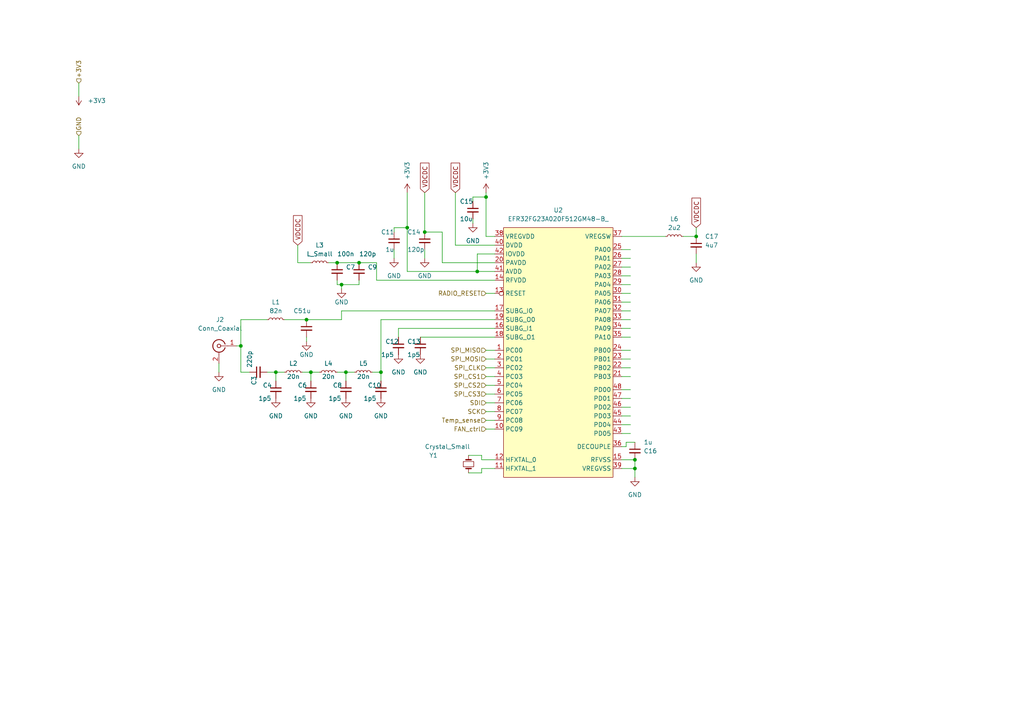
<source format=kicad_sch>
(kicad_sch (version 20211123) (generator eeschema)
  (paper "A4")
  (lib_symbols
    (symbol "Connector:Conn_Coaxial" (pin_names (offset 1.016) hide)
      (property "Reference" "J" (at 0.254 3.048 0))
      (property "Value" "Conn_Coaxial" (at 2.921 0 90))
      (symbol "Conn_Coaxial_0_1"
        (arc (start -1.778 -0.508) (mid 0.2311 -1.8066) (end 1.778 0) (stroke (width 0.254)))
        (polyline (pts (xy -2.54 0) (xy -0.508 0)))
        (polyline (pts (xy 0 -2.54) (xy 0 -1.778)))
        (circle (center 0 0) (radius 0.508) (stroke (width 0.2032)))
        (arc (start 1.778 0) (mid 0.2099 1.8101) (end -1.778 0.508) (stroke (width 0.254)))
      )
      (symbol "Conn_Coaxial_1_1"
        (pin passive line (at -5.08 0 0) (length 2.54) (name "In") (number "1"))
        (pin passive line (at 0 -5.08 90) (length 2.54) (name "Ext") (number "2"))
      )
    )
    (symbol "Device:C_Small" (pin_numbers hide) (pin_names (offset 0.254) hide)
      (property "Reference" "C" (at 0.254 1.778 0))
      (property "Value" "C_Small" (at 0.254 -2.032 0))
      (symbol "C_Small_0_1"
        (polyline (pts (xy -1.524 -0.508) (xy 1.524 -0.508)) (stroke (width 0.3302)))
        (polyline (pts (xy -1.524 0.508) (xy 1.524 0.508)) (stroke (width 0.3048)))
      )
      (symbol "C_Small_1_1"
        (pin passive line (at 0 2.54 270) (length 2.032) (name "~") (number "1"))
        (pin passive line (at 0 -2.54 90) (length 2.032) (name "~") (number "2"))
      )
    )
    (symbol "Device:Crystal_Small" (pin_numbers hide) (pin_names (offset 1.016) hide)
      (property "Reference" "Y" (at 0 2.54 0))
      (property "Value" "Crystal_Small" (at 0 -2.54 0))
      (symbol "Crystal_Small_0_1"
        (rectangle (start -0.762 -1.524) (end 0.762 1.524))
        (polyline (pts (xy -1.27 -0.762) (xy -1.27 0.762)) (stroke (width 0.381)))
        (polyline (pts (xy 1.27 -0.762) (xy 1.27 0.762)) (stroke (width 0.381)))
      )
      (symbol "Crystal_Small_1_1"
        (pin passive line (at -2.54 0 0) (length 1.27) (name "1") (number "1"))
        (pin passive line (at 2.54 0 180) (length 1.27) (name "2") (number "2"))
      )
    )
    (symbol "Device:L_Small" (pin_numbers hide) (pin_names (offset 0.254) hide)
      (property "Reference" "L" (at 0.762 1.016 0))
      (property "Value" "L_Small" (at 0.762 -1.016 0))
      (symbol "L_Small_0_1"
        (arc (start 0 -2.032) (mid 0.508 -1.524) (end 0 -1.016))
        (arc (start 0 -1.016) (mid 0.508 -0.508) (end 0 0))
        (arc (start 0 0) (mid 0.508 0.508) (end 0 1.016))
        (arc (start 0 1.016) (mid 0.508 1.524) (end 0 2.032))
      )
      (symbol "L_Small_1_1"
        (pin passive line (at 0 2.54 270) (length 0.508) (name "~") (number "1"))
        (pin passive line (at 0 -2.54 90) (length 0.508) (name "~") (number "2"))
      )
    )
    (symbol "EFR32:EFR32FG23A020F512GM48-B_"
      (property "Reference" "U" (at 12.7 43.18 0))
      (property "Value" "EFR32FG23A020F512GM48-B_" (at -6.35 43.18 0))
      (symbol "EFR32FG23A020F512GM48-B__0_1"
        (rectangle (start -15.24 40.64) (end 16.51 -31.75) (fill (type background)))
      )
      (symbol "EFR32FG23A020F512GM48-B__1_1"
        (pin bidirectional line (at -17.78 5.08 0) (length 2.54) (name "PC00") (number "1"))
        (pin bidirectional line (at -17.78 -17.78 0) (length 2.54) (name "PC09") (number "10"))
        (pin input line (at -17.78 -29.21 0) (length 2.54) (name "HFXTAL_1") (number "11"))
        (pin input line (at -17.78 -26.67 0) (length 2.54) (name "HFXTAL_0") (number "12"))
        (pin input inverted (at -17.78 21.59 0) (length 2.54) (name "RESET") (number "13"))
        (pin power_in line (at -17.78 25.4 0) (length 2.54) (name "RFVDD") (number "14"))
        (pin power_in line (at 19.05 -26.67 180) (length 2.54) (name "RFVSS") (number "15"))
        (pin input line (at -17.78 11.43 0) (length 2.54) (name "SUBG_I1") (number "16"))
        (pin input line (at -17.78 16.51 0) (length 2.54) (name "SUBG_I0") (number "17"))
        (pin output line (at -17.78 8.89 0) (length 2.54) (name "SUBG_O1") (number "18"))
        (pin output line (at -17.78 13.97 0) (length 2.54) (name "SUBG_O0") (number "19"))
        (pin bidirectional line (at -17.78 2.54 0) (length 2.54) (name "PC01") (number "2"))
        (pin power_in line (at -17.78 30.48 0) (length 2.54) (name "PAVDD") (number "20"))
        (pin bidirectional line (at 19.05 -2.54 180) (length 2.54) (name "PB03") (number "21"))
        (pin bidirectional line (at 19.05 0 180) (length 2.54) (name "PB02") (number "22"))
        (pin bidirectional line (at 19.05 2.54 180) (length 2.54) (name "PB01") (number "23"))
        (pin bidirectional line (at 19.05 5.08 180) (length 2.54) (name "PB00") (number "24"))
        (pin bidirectional line (at 19.05 34.29 180) (length 2.54) (name "PA00") (number "25"))
        (pin bidirectional line (at 19.05 31.75 180) (length 2.54) (name "PA01") (number "26"))
        (pin bidirectional line (at 19.05 29.21 180) (length 2.54) (name "PA02") (number "27"))
        (pin bidirectional line (at 19.05 26.67 180) (length 2.54) (name "PA03") (number "28"))
        (pin bidirectional line (at 19.05 24.13 180) (length 2.54) (name "PA04") (number "29"))
        (pin bidirectional line (at -17.78 0 0) (length 2.54) (name "PC02") (number "3"))
        (pin bidirectional line (at 19.05 21.59 180) (length 2.54) (name "PA05") (number "30"))
        (pin bidirectional line (at 19.05 19.05 180) (length 2.54) (name "PA06") (number "31"))
        (pin bidirectional line (at 19.05 16.51 180) (length 2.54) (name "PA07") (number "32"))
        (pin bidirectional line (at 19.05 13.97 180) (length 2.54) (name "PA08") (number "33"))
        (pin bidirectional line (at 19.05 11.43 180) (length 2.54) (name "PA09") (number "34"))
        (pin bidirectional line (at 19.05 8.89 180) (length 2.54) (name "PA10") (number "35"))
        (pin passive line (at 19.05 -22.86 180) (length 2.54) (name "DECOUPLE") (number "36"))
        (pin output line (at 19.05 38.1 180) (length 2.54) (name "VREGSW") (number "37"))
        (pin power_in line (at -17.78 38.1 0) (length 2.54) (name "VREGVDD") (number "38"))
        (pin power_in line (at 19.05 -29.21 180) (length 2.54) (name "VREGVSS") (number "39"))
        (pin bidirectional line (at -17.78 -2.54 0) (length 2.54) (name "PC03") (number "4"))
        (pin power_in line (at -17.78 35.56 0) (length 2.54) (name "DVDD") (number "40"))
        (pin power_in line (at -17.78 27.94 0) (length 2.54) (name "AVDD") (number "41"))
        (pin power_in line (at -17.78 33.02 0) (length 2.54) (name "IOVDD") (number "42"))
        (pin bidirectional line (at 19.05 -19.05 180) (length 2.54) (name "PD05") (number "43"))
        (pin bidirectional line (at 19.05 -16.51 180) (length 2.54) (name "PD04") (number "44"))
        (pin bidirectional line (at 19.05 -13.97 180) (length 2.54) (name "PD03") (number "45"))
        (pin bidirectional line (at 19.05 -11.43 180) (length 2.54) (name "PD02") (number "46"))
        (pin bidirectional line (at 19.05 -8.89 180) (length 2.54) (name "PD01") (number "47"))
        (pin bidirectional line (at 19.05 -6.35 180) (length 2.54) (name "PD00") (number "48"))
        (pin bidirectional line (at -17.78 -5.08 0) (length 2.54) (name "PC04") (number "5"))
        (pin bidirectional line (at -17.78 -7.62 0) (length 2.54) (name "PC05") (number "6"))
        (pin bidirectional line (at -17.78 -10.16 0) (length 2.54) (name "PC06") (number "7"))
        (pin bidirectional line (at -17.78 -12.7 0) (length 2.54) (name "PC07") (number "8"))
        (pin bidirectional line (at -17.78 -15.24 0) (length 2.54) (name "PC08") (number "9"))
      )
    )
    (symbol "power:+3V3" (power) (pin_names (offset 0))
      (property "Value" "+3V3" (at 0 3.556 0))
      (symbol "+3V3_0_1"
        (polyline (pts (xy -0.762 1.27) (xy 0 2.54)))
        (polyline (pts (xy 0 0) (xy 0 2.54)))
        (polyline (pts (xy 0 2.54) (xy 0.762 1.27)))
      )
      (symbol "+3V3_1_1"
        (pin power_in line (at 0 0 90) (length 0) hide (name "+3V3") (number "1"))
      )
    )
    (symbol "power:GND" (power) (pin_names (offset 0))
      (property "Value" "GND" (at 0 -3.81 0))
      (symbol "GND_0_1"
        (polyline (pts (xy 0 0) (xy 0 -1.27) (xy 1.27 -1.27) (xy 0 -2.54) (xy -1.27 -1.27) (xy 0 -1.27)))
      )
      (symbol "GND_1_1"
        (pin power_in line (at 0 0 270) (length 0) hide (name "GND") (number "1"))
      )
    )
  )
  (junction (at 201.93 68.58))
  (junction (at 123.19 67.31))
  (junction (at 100.33 107.95))
  (junction (at 110.49 107.95))
  (junction (at 99.06 82.55))
  (junction (at 118.11 66.04))
  (junction (at 184.15 135.89))
  (junction (at 138.43 78.74))
  (junction (at 140.97 57.15))
  (junction (at 69.85 100.33))
  (junction (at 88.9 92.71))
  (junction (at 104.14 76.2))
  (junction (at 184.15 133.35))
  (junction (at 90.17 107.95))
  (junction (at 97.79 76.2))
  (junction (at 80.01 107.95))
  (wire (pts (xy 182.88 87.63) (xy 180.34 87.63)))
  (wire (pts (xy 110.49 92.71) (xy 110.49 107.95)))
  (wire (pts (xy 137.16 58.42) (xy 137.16 57.15)))
  (wire (pts (xy 140.97 111.76) (xy 143.51 111.76)))
  (wire (pts (xy 114.3 67.31) (xy 114.3 66.04)))
  (wire (pts (xy 198.12 68.58) (xy 201.93 68.58)))
  (wire (pts (xy 69.85 107.95) (xy 69.85 100.33)))
  (wire (pts (xy 140.97 101.6) (xy 143.51 101.6)))
  (wire (pts (xy 139.7 137.16) (xy 139.7 135.89)))
  (wire (pts (xy 135.89 137.16) (xy 139.7 137.16)))
  (wire (pts (xy 118.11 66.04) (xy 118.11 78.74)))
  (wire (pts (xy 139.7 132.08) (xy 139.7 133.35)))
  (wire (pts (xy 80.01 107.95) (xy 82.55 107.95)))
  (wire (pts (xy 88.9 97.79) (xy 88.9 99.06)))
  (wire (pts (xy 90.17 76.2) (xy 86.36 76.2)))
  (wire (pts (xy 123.19 55.88) (xy 123.19 67.31)))
  (wire (pts (xy 22.86 24.13) (xy 22.86 27.94)))
  (wire (pts (xy 90.17 107.95) (xy 92.71 107.95)))
  (wire (pts (xy 182.88 72.39) (xy 180.34 72.39)))
  (wire (pts (xy 110.49 110.49) (xy 110.49 107.95)))
  (wire (pts (xy 82.55 92.71) (xy 88.9 92.71)))
  (wire (pts (xy 95.25 76.2) (xy 97.79 76.2)))
  (wire (pts (xy 140.97 55.88) (xy 140.97 57.15)))
  (wire (pts (xy 180.34 135.89) (xy 184.15 135.89)))
  (wire (pts (xy 182.88 95.25) (xy 180.34 95.25)))
  (wire (pts (xy 132.08 55.88) (xy 132.08 71.12)))
  (wire (pts (xy 80.01 110.49) (xy 80.01 107.95)))
  (wire (pts (xy 137.16 63.5) (xy 137.16 64.77)))
  (wire (pts (xy 104.14 81.28) (xy 104.14 82.55)))
  (wire (pts (xy 181.61 128.27) (xy 184.15 128.27)))
  (wire (pts (xy 115.57 97.79) (xy 115.57 95.25)))
  (wire (pts (xy 182.88 109.22) (xy 180.34 109.22)))
  (wire (pts (xy 97.79 82.55) (xy 99.06 82.55)))
  (wire (pts (xy 140.97 106.68) (xy 143.51 106.68)))
  (wire (pts (xy 68.58 100.33) (xy 69.85 100.33)))
  (wire (pts (xy 140.97 121.92) (xy 143.51 121.92)))
  (wire (pts (xy 109.22 81.28) (xy 109.22 76.2)))
  (wire (pts (xy 128.27 76.2) (xy 143.51 76.2)))
  (wire (pts (xy 115.57 95.25) (xy 143.51 95.25)))
  (wire (pts (xy 143.51 92.71) (xy 110.49 92.71)))
  (wire (pts (xy 100.33 107.95) (xy 97.79 107.95)))
  (wire (pts (xy 182.88 82.55) (xy 180.34 82.55)))
  (wire (pts (xy 137.16 57.15) (xy 140.97 57.15)))
  (wire (pts (xy 140.97 116.84) (xy 143.51 116.84)))
  (wire (pts (xy 140.97 124.46) (xy 143.51 124.46)))
  (wire (pts (xy 63.5 105.41) (xy 63.5 107.95)))
  (wire (pts (xy 132.08 71.12) (xy 143.51 71.12)))
  (wire (pts (xy 80.01 107.95) (xy 77.47 107.95)))
  (wire (pts (xy 182.88 118.11) (xy 180.34 118.11)))
  (wire (pts (xy 182.88 104.14) (xy 180.34 104.14)))
  (wire (pts (xy 109.22 81.28) (xy 143.51 81.28)))
  (wire (pts (xy 182.88 80.01) (xy 180.34 80.01)))
  (wire (pts (xy 182.88 106.68) (xy 180.34 106.68)))
  (wire (pts (xy 180.34 97.79) (xy 182.88 97.79)))
  (wire (pts (xy 121.92 97.79) (xy 143.51 97.79)))
  (wire (pts (xy 118.11 78.74) (xy 138.43 78.74)))
  (wire (pts (xy 114.3 66.04) (xy 118.11 66.04)))
  (wire (pts (xy 182.88 125.73) (xy 180.34 125.73)))
  (wire (pts (xy 140.97 114.3) (xy 143.51 114.3)))
  (wire (pts (xy 128.27 67.31) (xy 128.27 76.2)))
  (wire (pts (xy 138.43 78.74) (xy 143.51 78.74)))
  (wire (pts (xy 139.7 135.89) (xy 143.51 135.89)))
  (wire (pts (xy 135.89 132.08) (xy 139.7 132.08)))
  (wire (pts (xy 140.97 85.09) (xy 143.51 85.09)))
  (wire (pts (xy 143.51 73.66) (xy 138.43 73.66)))
  (wire (pts (xy 140.97 68.58) (xy 143.51 68.58)))
  (wire (pts (xy 100.33 107.95) (xy 102.87 107.95)))
  (wire (pts (xy 140.97 119.38) (xy 143.51 119.38)))
  (wire (pts (xy 201.93 66.04) (xy 201.93 68.58)))
  (wire (pts (xy 109.22 76.2) (xy 104.14 76.2)))
  (wire (pts (xy 118.11 55.88) (xy 118.11 66.04)))
  (wire (pts (xy 99.06 83.82) (xy 99.06 82.55)))
  (wire (pts (xy 90.17 110.49) (xy 90.17 107.95)))
  (wire (pts (xy 99.06 90.17) (xy 99.06 92.71)))
  (wire (pts (xy 182.88 123.19) (xy 180.34 123.19)))
  (wire (pts (xy 99.06 82.55) (xy 104.14 82.55)))
  (wire (pts (xy 86.36 71.12) (xy 86.36 76.2)))
  (wire (pts (xy 123.19 67.31) (xy 128.27 67.31)))
  (wire (pts (xy 140.97 57.15) (xy 140.97 68.58)))
  (wire (pts (xy 88.9 92.71) (xy 99.06 92.71)))
  (wire (pts (xy 97.79 81.28) (xy 97.79 82.55)))
  (wire (pts (xy 180.34 129.54) (xy 181.61 129.54)))
  (wire (pts (xy 114.3 72.39) (xy 114.3 74.93)))
  (wire (pts (xy 72.39 107.95) (xy 69.85 107.95)))
  (wire (pts (xy 182.88 85.09) (xy 180.34 85.09)))
  (wire (pts (xy 140.97 104.14) (xy 143.51 104.14)))
  (wire (pts (xy 139.7 133.35) (xy 143.51 133.35)))
  (wire (pts (xy 182.88 120.65) (xy 180.34 120.65)))
  (wire (pts (xy 182.88 77.47) (xy 180.34 77.47)))
  (wire (pts (xy 110.49 107.95) (xy 107.95 107.95)))
  (wire (pts (xy 201.93 73.66) (xy 201.93 76.2)))
  (wire (pts (xy 138.43 73.66) (xy 138.43 78.74)))
  (wire (pts (xy 182.88 115.57) (xy 180.34 115.57)))
  (wire (pts (xy 184.15 135.89) (xy 184.15 138.43)))
  (wire (pts (xy 182.88 113.03) (xy 180.34 113.03)))
  (wire (pts (xy 182.88 74.93) (xy 180.34 74.93)))
  (wire (pts (xy 140.97 109.22) (xy 143.51 109.22)))
  (wire (pts (xy 184.15 133.35) (xy 184.15 135.89)))
  (wire (pts (xy 181.61 129.54) (xy 181.61 128.27)))
  (wire (pts (xy 87.63 107.95) (xy 90.17 107.95)))
  (wire (pts (xy 180.34 133.35) (xy 184.15 133.35)))
  (wire (pts (xy 22.86 39.37) (xy 22.86 43.18)))
  (wire (pts (xy 143.51 90.17) (xy 99.06 90.17)))
  (wire (pts (xy 100.33 110.49) (xy 100.33 107.95)))
  (wire (pts (xy 182.88 92.71) (xy 180.34 92.71)))
  (wire (pts (xy 97.79 76.2) (xy 104.14 76.2)))
  (wire (pts (xy 182.88 90.17) (xy 180.34 90.17)))
  (wire (pts (xy 69.85 92.71) (xy 77.47 92.71)))
  (wire (pts (xy 123.19 72.39) (xy 123.19 74.93)))
  (wire (pts (xy 69.85 100.33) (xy 69.85 92.71)))
  (wire (pts (xy 180.34 68.58) (xy 193.04 68.58)))
  (wire (pts (xy 182.88 101.6) (xy 180.34 101.6)))
  (global_label "VDCDC" (shape input) (at 132.08 55.88 90) (property "Intersheet References" "${INTERSHEET_REFS}" (effects hide)))
  (global_label "VDCDC" (shape input) (at 123.19 55.88 90) (property "Intersheet References" "${INTERSHEET_REFS}" (effects hide)))
  (global_label "VDCDC" (shape input) (at 201.93 66.04 90) (property "Intersheet References" "${INTERSHEET_REFS}" (effects hide)))
  (global_label "VDCDC" (shape input) (at 86.36 71.12 90) (property "Intersheet References" "${INTERSHEET_REFS}" (effects hide)))
  (hierarchical_label "Temp_sense" (shape input) (at 140.97 121.92 180))
  (hierarchical_label "SPI_MISO" (shape input) (at 140.97 101.6 180))
  (hierarchical_label "SCK" (shape input) (at 140.97 119.38 180))
  (hierarchical_label "SPI_MOSI" (shape input) (at 140.97 104.14 180))
  (hierarchical_label "+3V3" (shape input) (at 22.86 24.13 90))
  (hierarchical_label "SPI_CS3" (shape input) (at 140.97 114.3 180))
  (hierarchical_label "FAN_ctrl" (shape input) (at 140.97 124.46 180))
  (hierarchical_label "SPI_CS1" (shape input) (at 140.97 109.22 180))
  (hierarchical_label "GND" (shape input) (at 22.86 39.37 90))
  (hierarchical_label "SPI_CLK" (shape input) (at 140.97 106.68 180))
  (hierarchical_label "SDI" (shape input) (at 140.97 116.84 180))
  (hierarchical_label "SPI_CS2" (shape input) (at 140.97 111.76 180))
  (hierarchical_label "RADIO_RESET" (shape input) (at 140.97 85.09 180))
  (symbol (lib_id "power:GND") (at 90.17 115.57 0) (unit 1)
    (property "Reference" "#PWR0126" (effects hide))
    (property "Value" "GND" (at 90.17 120.65 0))
  )
  (symbol (lib_id "power:GND") (at 114.3 74.93 0) (unit 1)
    (property "Reference" "#PWR0122" (effects hide))
    (property "Value" "GND" (at 114.3 80.01 0))
  )
  (symbol (lib_id "power:GND") (at 100.33 115.57 0) (unit 1)
    (property "Reference" "#PWR0125" (effects hide))
    (property "Value" "GND" (at 100.33 120.65 0))
  )
  (symbol (lib_id "Device:Crystal_Small") (at 135.89 134.62 90) (unit 1)
    (property "Reference" "Y1" (at 124.46 132.08 90) (effects (justify right)))
    (property "Value" "Crystal_Small" (at 123.19 129.54 90) (effects (justify right)))
    (property "Footprint" "Crystal:Crystal_SMD_ECS_CSM3X-2Pin_7.6x4.1mm" (effects hide))
  )
  (symbol (lib_id "power:GND") (at 99.06 83.82 0) (unit 1)
    (property "Reference" "#PWR0128" (effects hide))
    (property "Value" "GND" (at 99.06 87.63 0))
  )
  (symbol (lib_id "Device:C_Small") (at 80.01 113.03 0) (unit 1)
    (property "Reference" "C4" (at 76.2 111.76 0) (effects (justify left)))
    (property "Value" "1p5" (at 74.93 115.57 0) (effects (justify left)))
    (property "Footprint" "Resistor_SMD:R_0402_1005Metric" (effects hide))
  )
  (symbol (lib_id "Device:C_Small") (at 137.16 60.96 0) (unit 1)
    (property "Reference" "C15" (at 133.35 58.42 0) (effects (justify left)))
    (property "Value" "10u" (at 133.35 63.5 0) (effects (justify left)))
    (property "Footprint" "Resistor_SMD:R_1206_3216Metric" (effects hide))
  )
  (symbol (lib_id "Device:C_Small") (at 90.17 113.03 0) (unit 1)
    (property "Reference" "C6" (at 86.36 111.76 0) (effects (justify left)))
    (property "Value" "1p5" (at 85.09 115.57 0) (effects (justify left)))
    (property "Footprint" "Resistor_SMD:R_0402_1005Metric" (effects hide))
  )
  (symbol (lib_id "Device:C_Small") (at 184.15 130.81 0) (unit 1)
    (property "Reference" "C16" (at 186.69 130.81 0) (effects (justify left)))
    (property "Value" "1u" (at 186.69 128.27 0) (effects (justify left)))
    (property "Footprint" "Resistor_SMD:R_0805_2012Metric" (effects hide))
  )
  (symbol (lib_id "power:+3V3") (at 118.11 55.88 0) (unit 1)
    (property "Reference" "#PWR0117" (effects hide))
    (property "Value" "+3V3" (at 118.11 49.53 90))
  )
  (symbol (lib_id "Device:L_Small") (at 85.09 107.95 90) (unit 1)
    (property "Reference" "L2" (at 85.09 105.41 90))
    (property "Value" "20n" (at 85.09 109.22 90))
    (property "Footprint" "Resistor_SMD:R_0402_1005Metric" (effects hide))
  )
  (symbol (lib_id "power:GND") (at 201.93 76.2 0) (unit 1)
    (property "Reference" "#PWR0115" (effects hide))
    (property "Value" "GND" (at 201.93 81.28 0))
  )
  (symbol (lib_id "power:GND") (at 63.5 107.95 0) (unit 1)
    (property "Reference" "#PWR0129" (effects hide))
    (property "Value" "GND" (at 63.5 113.03 0))
  )
  (symbol (lib_id "Device:L_Small") (at 92.71 76.2 90) (unit 1)
    (property "Reference" "L3" (at 92.71 71.12 90))
    (property "Value" "L_Small" (at 92.71 73.66 90))
    (property "Footprint" "Resistor_SMD:R_0402_1005Metric" (effects hide))
  )
  (symbol (lib_id "Device:C_Small") (at 121.92 100.33 0) (unit 1)
    (property "Reference" "C13" (at 118.11 99.06 0) (effects (justify left)))
    (property "Value" "1p5" (at 118.11 102.87 0) (effects (justify left)))
    (property "Footprint" "Resistor_SMD:R_0402_1005Metric" (effects hide))
  )
  (symbol (lib_id "Device:C_Small") (at 97.79 78.74 0) (unit 1)
    (property "Reference" "C7" (at 100.33 77.4762 0) (effects (justify left)))
    (property "Value" "100n" (at 97.79 73.66 0) (effects (justify left)))
    (property "Footprint" "Resistor_SMD:R_0805_2012Metric" (effects hide))
  )
  (symbol (lib_id "Device:L_Small") (at 195.58 68.58 90) (unit 1)
    (property "Reference" "L6" (at 195.58 63.5 90))
    (property "Value" "2u2" (at 195.58 66.04 90))
    (property "Footprint" "Resistor_SMD:R_0402_1005Metric" (effects hide))
  )
  (symbol (lib_id "Device:L_Small") (at 105.41 107.95 90) (unit 1)
    (property "Reference" "L5" (at 105.41 105.41 90))
    (property "Value" "20n" (at 105.41 109.22 90))
    (property "Footprint" "Resistor_SMD:R_0402_1005Metric" (effects hide))
  )
  (symbol (lib_id "power:+3V3") (at 22.86 27.94 180) (unit 1)
    (property "Reference" "#PWR0131" (effects hide))
    (property "Value" "+3V3" (at 25.4 29.2099 0) (effects (justify right)))
  )
  (symbol (lib_id "power:GND") (at 115.57 102.87 0) (unit 1)
    (property "Reference" "#PWR0121" (effects hide))
    (property "Value" "GND" (at 115.57 107.95 0))
  )
  (symbol (lib_id "Device:C_Small") (at 74.93 107.95 90) (unit 1)
    (property "Reference" "C3" (at 73.66 111.76 0) (effects (justify left)))
    (property "Value" "220p" (at 72.39 106.68 0) (effects (justify left)))
    (property "Footprint" "Resistor_SMD:R_0402_1005Metric" (effects hide))
  )
  (symbol (lib_id "power:+3V3") (at 140.97 55.88 0) (unit 1)
    (property "Reference" "#PWR0116" (effects hide))
    (property "Value" "+3V3" (at 140.97 49.53 90))
  )
  (symbol (lib_id "Device:C_Small") (at 110.49 113.03 0) (unit 1)
    (property "Reference" "C10" (at 106.68 111.76 0) (effects (justify left)))
    (property "Value" "1p5" (at 105.41 115.57 0) (effects (justify left)))
    (property "Footprint" "Resistor_SMD:R_0402_1005Metric" (effects hide))
  )
  (symbol (lib_id "power:GND") (at 80.01 115.57 0) (unit 1)
    (property "Reference" "#PWR0127" (effects hide))
    (property "Value" "GND" (at 80.01 120.65 0))
  )
  (symbol (lib_id "power:GND") (at 22.86 43.18 0) (unit 1)
    (property "Reference" "#PWR0130" (effects hide))
    (property "Value" "GND" (at 22.86 48.26 0))
  )
  (symbol (lib_id "Device:C_Small") (at 88.9 95.25 0) (unit 1)
    (property "Reference" "C5" (at 85.09 90.17 0) (effects (justify left)))
    (property "Value" "1u" (at 87.63 90.17 0) (effects (justify left)))
    (property "Footprint" "Resistor_SMD:R_0402_1005Metric" (effects hide))
  )
  (symbol (lib_id "power:GND") (at 121.92 102.87 0) (unit 1)
    (property "Reference" "#PWR0120" (effects hide))
    (property "Value" "GND" (at 121.92 107.95 0))
  )
  (symbol (lib_id "power:GND") (at 88.9 99.06 0) (unit 1)
    (property "Reference" "#PWR0124" (effects hide))
    (property "Value" "GND" (at 88.9 102.87 0))
  )
  (symbol (lib_id "Device:C_Small") (at 114.3 69.85 0) (unit 1)
    (property "Reference" "C11" (at 110.49 67.31 0) (effects (justify left)))
    (property "Value" "1u" (at 111.76 72.39 0) (effects (justify left)))
    (property "Footprint" "Resistor_SMD:R_0805_2012Metric" (effects hide))
  )
  (symbol (lib_id "Device:C_Small") (at 100.33 113.03 0) (unit 1)
    (property "Reference" "C8" (at 96.52 111.76 0) (effects (justify left)))
    (property "Value" "1p5" (at 95.25 115.57 0) (effects (justify left)))
    (property "Footprint" "Resistor_SMD:R_0402_1005Metric" (effects hide))
  )
  (symbol (lib_id "power:GND") (at 184.15 138.43 0) (unit 1)
    (property "Reference" "#PWR0114" (effects hide))
    (property "Value" "GND" (at 184.15 143.51 0))
  )
  (symbol (lib_id "power:GND") (at 137.16 64.77 0) (unit 1)
    (property "Reference" "#PWR0118" (effects hide))
    (property "Value" "GND" (at 137.16 69.85 0))
  )
  (symbol (lib_id "EFR32:EFR32FG23A020F512GM48-B_") (at 161.29 106.68 0) (unit 1)
    (property "Reference" "U2" (at 161.925 60.96 0))
    (property "Value" "EFR32FG23A020F512GM48-B_" (at 161.925 63.5 0))
    (property "Footprint" "EFR32:EFR32FG23A020F512GM48-B" (effects hide))
  )
  (symbol (lib_id "Device:C_Small") (at 115.57 100.33 0) (unit 1)
    (property "Reference" "C12" (at 111.76 99.06 0) (effects (justify left)))
    (property "Value" "1p5" (at 110.49 102.87 0) (effects (justify left)))
    (property "Footprint" "Resistor_SMD:R_0402_1005Metric" (effects hide))
  )
  (symbol (lib_id "Device:L_Small") (at 95.25 107.95 90) (unit 1)
    (property "Reference" "L4" (at 95.25 105.41 90))
    (property "Value" "20n" (at 95.25 109.22 90))
    (property "Footprint" "Resistor_SMD:R_0402_1005Metric" (effects hide))
  )
  (symbol (lib_id "power:GND") (at 110.49 115.57 0) (unit 1)
    (property "Reference" "#PWR0123" (effects hide))
    (property "Value" "GND" (at 110.49 120.65 0))
  )
  (symbol (lib_id "Device:C_Small") (at 201.93 71.12 0) (unit 1)
    (property "Reference" "C17" (at 204.47 68.58 0) (effects (justify left)))
    (property "Value" "4u7" (at 204.47 71.12 0) (effects (justify left)))
    (property "Footprint" "Resistor_SMD:R_0805_2012Metric" (effects hide))
  )
  (symbol (lib_id "power:GND") (at 123.19 74.93 0) (unit 1)
    (property "Reference" "#PWR0119" (effects hide))
    (property "Value" "GND" (at 123.19 80.01 0))
  )
  (symbol (lib_id "Device:C_Small") (at 104.14 78.74 0) (unit 1)
    (property "Reference" "C9" (at 106.68 77.4762 0) (effects (justify left)))
    (property "Value" "120p" (at 104.14 73.66 0) (effects (justify left)))
    (property "Footprint" "Resistor_SMD:R_0805_2012Metric" (effects hide))
  )
  (symbol (lib_id "Connector:Conn_Coaxial") (at 63.5 100.33 0) (mirror y) (unit 1)
    (property "Reference" "J2" (at 63.8174 92.71 0))
    (property "Value" "Conn_Coaxial" (at 63.8174 95.25 0))
    (property "Footprint" "Connector_Coaxial:SMA_Amphenol_901-143_Horizontal" (effects hide))
    (property "Datasheet" " ~" (effects hide))
  )
  (symbol (lib_id "Device:C_Small") (at 123.19 69.85 0) (unit 1)
    (property "Reference" "C14" (at 118.11 67.31 0) (effects (justify left)))
    (property "Value" "120p" (at 118.11 72.39 0) (effects (justify left)))
    (property "Footprint" "Resistor_SMD:R_0805_2012Metric" (effects hide))
  )
  (symbol (lib_id "Device:L_Small") (at 80.01 92.71 90) (unit 1)
    (property "Reference" "L1" (at 80.01 87.63 90))
    (property "Value" "82n" (at 80.01 90.17 90))
    (property "Footprint" "Resistor_SMD:R_0402_1005Metric" (effects hide))
  )
)
</source>
